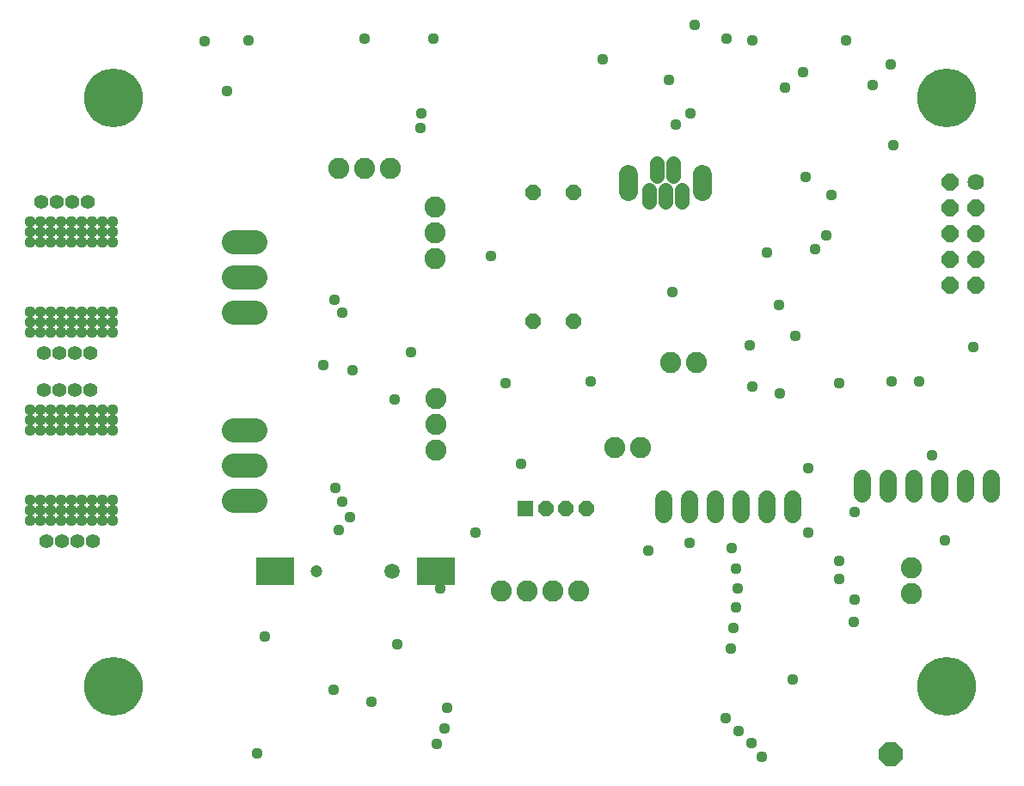
<source format=gbs>
G75*
%MOIN*%
%OFA0B0*%
%FSLAX25Y25*%
%IPPOS*%
%LPD*%
%AMOC8*
5,1,8,0,0,1.08239X$1,22.5*
%
%ADD10C,0.08200*%
%ADD11C,0.06800*%
%ADD12C,0.05556*%
%ADD13C,0.07400*%
%ADD14OC8,0.06000*%
%ADD15C,0.06400*%
%ADD16OC8,0.06400*%
%ADD17C,0.09200*%
%ADD18C,0.04737*%
%ADD19C,0.05918*%
%ADD20R,0.14737X0.11036*%
%ADD21OC8,0.09300*%
%ADD22R,0.06000X0.06000*%
%ADD23C,0.22800*%
%ADD24C,0.04369*%
%ADD25C,0.05550*%
D10*
X0219787Y0128971D03*
X0229787Y0128971D03*
X0239823Y0128936D03*
X0249823Y0128936D03*
X0194542Y0183701D03*
X0194542Y0193701D03*
X0194542Y0203701D03*
X0263827Y0184531D03*
X0273827Y0184531D03*
X0285524Y0217646D03*
X0295524Y0217646D03*
X0194234Y0257792D03*
X0194234Y0267792D03*
X0194234Y0277792D03*
X0176969Y0293003D03*
X0166969Y0293003D03*
X0156969Y0293003D03*
X0378744Y0137994D03*
X0378744Y0127994D03*
D11*
X0332827Y0158531D02*
X0332827Y0164531D01*
X0322827Y0164531D02*
X0322827Y0158531D01*
X0312827Y0158531D02*
X0312827Y0164531D01*
X0302827Y0164531D02*
X0302827Y0158531D01*
X0292827Y0158531D02*
X0292827Y0164531D01*
X0282827Y0164531D02*
X0282827Y0158531D01*
X0359827Y0166531D02*
X0359827Y0172531D01*
X0369827Y0172531D02*
X0369827Y0166531D01*
X0379827Y0166531D02*
X0379827Y0172531D01*
X0389827Y0172531D02*
X0389827Y0166531D01*
X0399827Y0166531D02*
X0399827Y0172531D01*
X0409827Y0172531D02*
X0409827Y0166531D01*
D12*
X0289717Y0279753D02*
X0289717Y0284509D01*
X0283418Y0284509D02*
X0283418Y0279753D01*
X0277119Y0279753D02*
X0277119Y0284509D01*
X0280268Y0289990D02*
X0280268Y0294746D01*
X0286567Y0294746D02*
X0286567Y0289990D01*
D13*
X0297788Y0290549D02*
X0297788Y0283949D01*
X0269048Y0283949D02*
X0269048Y0290549D01*
D14*
X0247827Y0283531D03*
X0232102Y0283538D03*
X0232102Y0233538D03*
X0247827Y0233531D03*
X0244965Y0160740D03*
X0252839Y0160740D03*
X0237091Y0160740D03*
D15*
X0403827Y0287531D03*
D16*
X0403827Y0277531D03*
X0393827Y0277531D03*
X0393827Y0287531D03*
X0393827Y0267531D03*
X0393827Y0257531D03*
X0403827Y0257531D03*
X0403827Y0267531D03*
X0403827Y0247531D03*
X0393827Y0247531D03*
D17*
X0124583Y0250531D02*
X0116183Y0250531D01*
X0116183Y0236752D02*
X0124583Y0236752D01*
X0124583Y0264311D02*
X0116183Y0264311D01*
X0116202Y0191390D02*
X0124602Y0191390D01*
X0124602Y0177610D02*
X0116202Y0177610D01*
X0116202Y0163831D02*
X0124602Y0163831D01*
D18*
X0148047Y0136531D03*
D19*
X0177575Y0136531D03*
D20*
X0194504Y0136531D03*
X0132102Y0136531D03*
D21*
X0370827Y0065531D03*
D22*
X0229217Y0160740D03*
D23*
X0069504Y0091748D03*
X0392316Y0091741D03*
X0069504Y0320134D03*
X0392316Y0320205D03*
D24*
X0125104Y0065976D03*
X0154792Y0090462D03*
X0169386Y0085795D03*
X0194827Y0069531D03*
X0197827Y0075531D03*
X0198827Y0083531D03*
X0179532Y0108221D03*
X0196098Y0129966D03*
X0209827Y0151531D03*
X0227532Y0178221D03*
X0178500Y0203334D03*
X0162019Y0214659D03*
X0150778Y0216478D03*
X0158089Y0236886D03*
X0155238Y0241921D03*
X0184827Y0221531D03*
X0221595Y0209702D03*
X0254532Y0210221D03*
X0317049Y0208168D03*
X0327827Y0205531D03*
X0350827Y0209531D03*
X0371049Y0210168D03*
X0381905Y0210336D03*
X0402827Y0223531D03*
X0333853Y0228046D03*
X0327635Y0239749D03*
X0316049Y0224168D03*
X0286035Y0244740D03*
X0322899Y0260240D03*
X0341547Y0261536D03*
X0345840Y0266870D03*
X0347827Y0282531D03*
X0337777Y0289613D03*
X0371850Y0301773D03*
X0363899Y0325240D03*
X0370899Y0333240D03*
X0353322Y0342437D03*
X0336899Y0330240D03*
X0329899Y0324240D03*
X0317020Y0342656D03*
X0307036Y0343375D03*
X0294904Y0348731D03*
X0259245Y0335088D03*
X0284899Y0327240D03*
X0293036Y0314375D03*
X0287468Y0309862D03*
X0215695Y0258850D03*
X0188386Y0308707D03*
X0188656Y0314223D03*
X0193391Y0343072D03*
X0166717Y0343162D03*
X0121794Y0342526D03*
X0104720Y0342341D03*
X0113411Y0323041D03*
X0069120Y0272092D03*
X0065120Y0272092D03*
X0061120Y0272092D03*
X0057120Y0272092D03*
X0053120Y0272092D03*
X0049120Y0272092D03*
X0045120Y0272092D03*
X0041120Y0272092D03*
X0037120Y0272092D03*
X0037120Y0268092D03*
X0041120Y0268092D03*
X0045120Y0268092D03*
X0049120Y0268092D03*
X0053120Y0268092D03*
X0057120Y0268092D03*
X0061120Y0268092D03*
X0065120Y0268092D03*
X0069120Y0268092D03*
X0069120Y0264092D03*
X0065120Y0264092D03*
X0061120Y0264092D03*
X0057120Y0264092D03*
X0053120Y0264092D03*
X0049120Y0264092D03*
X0045120Y0264092D03*
X0041120Y0264092D03*
X0037120Y0264092D03*
X0037120Y0237092D03*
X0041120Y0237092D03*
X0045120Y0237092D03*
X0049120Y0237092D03*
X0053120Y0237092D03*
X0057120Y0237092D03*
X0061120Y0237092D03*
X0065120Y0237092D03*
X0069120Y0237092D03*
X0069120Y0233092D03*
X0065120Y0233092D03*
X0061120Y0233092D03*
X0057120Y0233092D03*
X0053120Y0233092D03*
X0049120Y0233092D03*
X0045120Y0233092D03*
X0041120Y0233092D03*
X0037120Y0233092D03*
X0037120Y0229092D03*
X0041120Y0229092D03*
X0045120Y0229092D03*
X0049120Y0229092D03*
X0053120Y0229092D03*
X0057120Y0229092D03*
X0061120Y0229092D03*
X0065120Y0229092D03*
X0069120Y0229092D03*
X0069120Y0199092D03*
X0065120Y0199092D03*
X0061120Y0199092D03*
X0057120Y0199092D03*
X0053120Y0199092D03*
X0049120Y0199092D03*
X0045120Y0199092D03*
X0041120Y0199092D03*
X0037120Y0199092D03*
X0037120Y0195092D03*
X0041120Y0195092D03*
X0045120Y0195092D03*
X0049120Y0195092D03*
X0053120Y0195092D03*
X0057120Y0195092D03*
X0061120Y0195092D03*
X0065120Y0195092D03*
X0069120Y0195092D03*
X0069120Y0191092D03*
X0065120Y0191092D03*
X0061120Y0191092D03*
X0057120Y0191092D03*
X0053120Y0191092D03*
X0049120Y0191092D03*
X0045120Y0191092D03*
X0041120Y0191092D03*
X0037120Y0191092D03*
X0037120Y0164092D03*
X0041120Y0164092D03*
X0045120Y0164092D03*
X0049120Y0164092D03*
X0053120Y0164092D03*
X0057120Y0164092D03*
X0061120Y0164092D03*
X0065120Y0164092D03*
X0069120Y0164092D03*
X0069120Y0160092D03*
X0065120Y0160092D03*
X0061120Y0160092D03*
X0057120Y0160092D03*
X0053120Y0160092D03*
X0049120Y0160092D03*
X0045120Y0160092D03*
X0041120Y0160092D03*
X0037120Y0160092D03*
X0037120Y0156092D03*
X0041120Y0156092D03*
X0045120Y0156092D03*
X0049120Y0156092D03*
X0053120Y0156092D03*
X0057120Y0156092D03*
X0061120Y0156092D03*
X0065120Y0156092D03*
X0069120Y0156092D03*
X0128019Y0111364D03*
X0156840Y0152509D03*
X0161265Y0157499D03*
X0158014Y0163434D03*
X0155351Y0168884D03*
X0276827Y0144531D03*
X0292798Y0147727D03*
X0309141Y0145415D03*
X0310827Y0137531D03*
X0311395Y0129857D03*
X0310827Y0122531D03*
X0309827Y0114531D03*
X0308827Y0106531D03*
X0332827Y0094531D03*
X0306827Y0079531D03*
X0311827Y0074531D03*
X0316933Y0069895D03*
X0320827Y0064531D03*
X0356327Y0117031D03*
X0356827Y0125531D03*
X0350827Y0133531D03*
X0350827Y0140531D03*
X0338827Y0151531D03*
X0356827Y0159531D03*
X0338827Y0176531D03*
X0386827Y0181531D03*
X0391827Y0148531D03*
D25*
X0061567Y0148277D03*
X0055567Y0148277D03*
X0049567Y0148277D03*
X0043567Y0148277D03*
X0042567Y0206777D03*
X0048567Y0206777D03*
X0054567Y0206777D03*
X0060567Y0206777D03*
X0060567Y0221277D03*
X0054567Y0221277D03*
X0048567Y0221277D03*
X0042567Y0221277D03*
X0041567Y0279777D03*
X0047567Y0279777D03*
X0053567Y0279777D03*
X0059567Y0279777D03*
M02*

</source>
